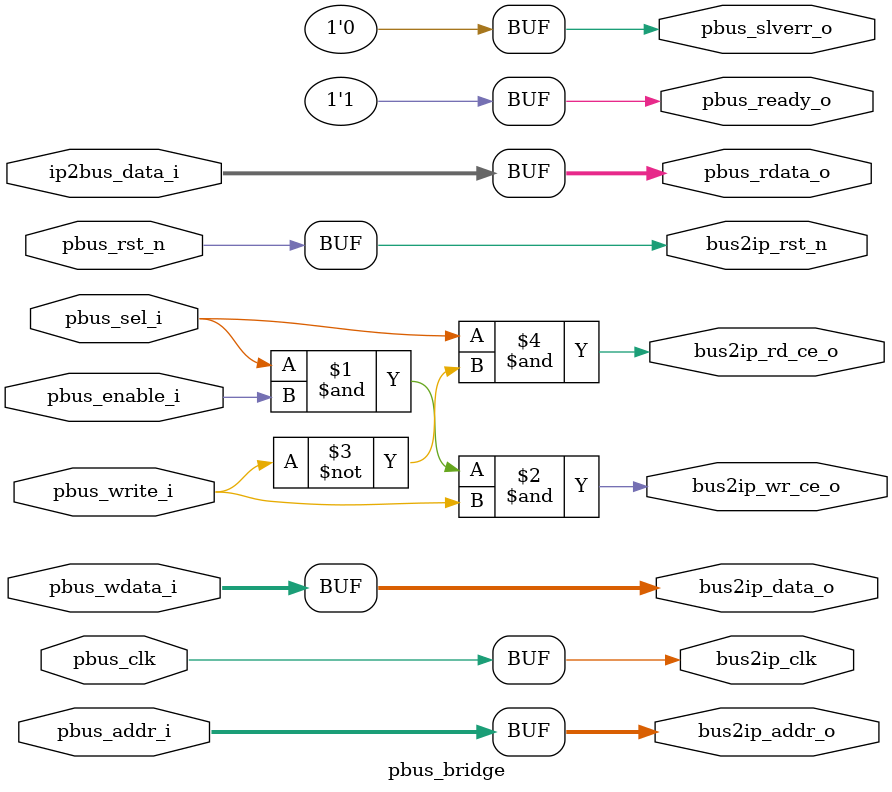
<source format=v>
/*-
 * Copyright (c) 2022-2023 Zhengde
 * 
 * All rights reserved.
 * 
 * Redistribution and use in source and binary forms, with or without
 * modification, are permitted provided that the following conditions are met:
 * 
 * 1 Redistributions of source code must retain the above copyright notice, this
 *   list of conditions and the following disclaimer.
 * 
 * 2 Redistributions in binary form must reproduce the above copyright notice,
 *   this list of conditions and the following disclaimer in the documentation
 *   and/or other materials provided with the distribution.
 * 
 * 3 Neither the name of the copyright holder nor the names of its
 *   contributors may be used to endorse or promote products derived from
 *   this software without specific prior written permission.
 * 
 * THIS SOFTWARE IS PROVIDED BY THE COPYRIGHT HOLDERS AND CONTRIBUTORS "AS IS"
 * AND ANY EXPRESS OR IMPLIED WARRANTIES, INCLUDING, BUT NOT LIMITED TO, THE
 * IMPLIED WARRANTIES OF MERCHANTABILITY AND FITNESS FOR A PARTICULAR PURPOSE ARE
 * DISCLAIMED. IN NO EVENT SHALL THE COPYRIGHT HOLDER OR CONTRIBUTORS BE LIABLE
 * FOR ANY DIRECT, INDIRECT, INCIDENTAL, SPECIAL, EXEMPLARY, OR CONSEQUENTIAL
 * DAMAGES (INCLUDING, BUT NOT LIMITED TO, PROCUREMENT OF SUBSTITUTE GOODS OR
 * SERVICES; LOSS OF USE, DATA, OR PROFITS; OR BUSINESS INTERRUPTION) HOWEVER
 * CAUSED AND ON ANY THEORY OF LIABILITY, WHETHER IN CONTRACT, STRICT LIABILITY,
 * OR TORT (INCLUDING NEGLIGENCE OR OTHERWISE) ARISING IN ANY WAY OUT OF THE USE
 * OF THIS SOFTWARE, EVEN IF ADVISED OF THE POSSIBILITY OF SUCH DAMAGE.
 */

/**
 * bridge from apb-like bus to standard ip access bus
 */

`include "ptpv2_defines.v"

module pbus_bridge (
    //apb-like bus slave interface
    input               pbus_clk,
    input               pbus_rst_n,

    input  [31:0]       pbus_addr_i,
    input               pbus_write_i,
    input               pbus_sel_i,
    input               pbus_enable_i,
    input  [31:0]       pbus_wdata_i,
    output [31:0]       pbus_rdata_o,
    output              pbus_ready_o,
    output              pbus_slverr_o,

    //standard ip access bus interface
    output              bus2ip_clk   ,
    output              bus2ip_rst_n  ,
    output [31:0]       bus2ip_addr_o ,
    output [31:0]       bus2ip_data_o ,
    output              bus2ip_rd_ce_o ,         //active high
    output              bus2ip_wr_ce_o ,         //active high
    input  [31:0]       ip2bus_data_i   
);
    //generate bus control signals
    assign bus2ip_wr_ce_o = pbus_sel_i & pbus_enable_i & pbus_write_i;
    assign bus2ip_rd_ce_o = pbus_sel_i & (~pbus_write_i);

    //pass through signals
    assign bus2ip_clk    = pbus_clk;
    assign bus2ip_rst_n  = pbus_rst_n;
    assign bus2ip_addr_o = pbus_addr_i;
    assign bus2ip_data_o = pbus_wdata_i;

    assign pbus_rdata_o  = ip2bus_data_i;

    //wire to constant
    assign pbus_ready_o  = 1'b1;
    assign pbus_slverr_o = 1'b0;
endmodule


</source>
